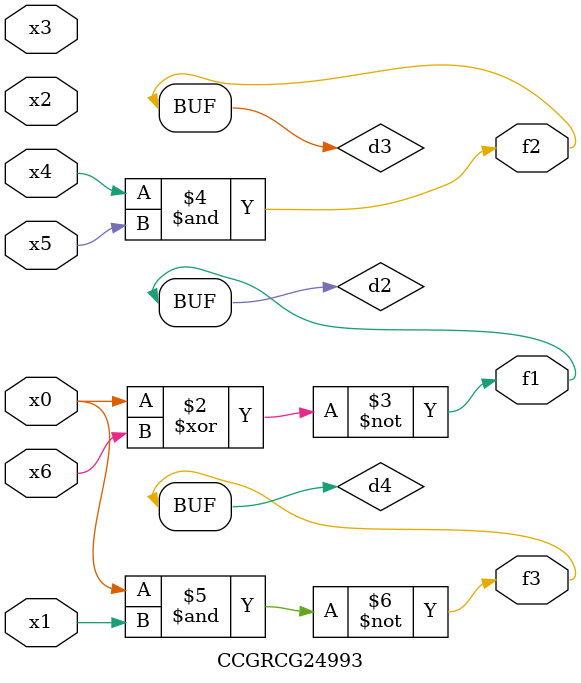
<source format=v>
module CCGRCG24993(
	input x0, x1, x2, x3, x4, x5, x6,
	output f1, f2, f3
);

	wire d1, d2, d3, d4;

	nor (d1, x0);
	xnor (d2, x0, x6);
	and (d3, x4, x5);
	nand (d4, x0, x1);
	assign f1 = d2;
	assign f2 = d3;
	assign f3 = d4;
endmodule

</source>
